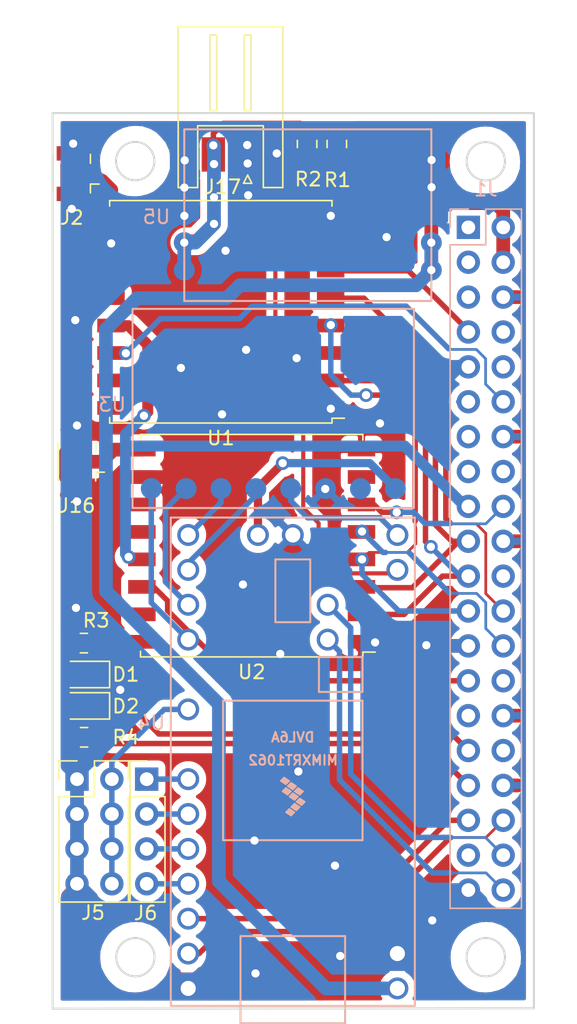
<source format=kicad_pcb>
(kicad_pcb (version 20171130) (host pcbnew 5.1.6+dfsg1-1)
  (title_block (title rpi0_hat_teensy4) (date 2018-05-28) (rev 1) (company "Beyond Chaos"))
  (layers (0 F.Cu signal) (31 B.Cu signal) (34 B.Paste user) (35 F.Paste user) (36 B.SilkS user) (37 F.SilkS user) (38 B.Mask user) (39 F.Mask user) (44 Edge.Cuts user))
  (net 0 "")
  (net 1 "Net-(J1-Pad1)")
  (net 2 "Net-(J1-Pad3)")
  (net 3 "Net-(J1-Pad5)")
  (net 4 "Net-(J1-Pad8)")
  (net 5 "Net-(J1-Pad10)")
  (net 6 "Net-(J1-Pad15)")
  (net 7 "Net-(J1-Pad16)")
  (net 8 "Net-(J1-Pad22)")
  (net 9 "Net-(J1-Pad28)")
  (net 10 "Net-(J1-Pad29)")
  (net 11 "Net-(J1-Pad31)")
  (net 12 "Net-(U1-Pad7)")
  (net 13 "Net-(U1-Pad11)")
  (net 14 "Net-(U1-Pad12)")
  (net 15 "Net-(U1-Pad15)")
  (net 16 "Net-(U1-Pad16)")
  (net 17 "Net-(U2-Pad16)")
  (net 18 "Net-(U2-Pad15)")
  (net 19 "Net-(U2-Pad12)")
  (net 20 "Net-(U2-Pad11)")
  (net 21 "Net-(U2-Pad7)")
  (net 22 GND)
  (net 23 "Net-(J16-Pad1)")
  (net 24 5V)
  (net 25 "Net-(U4-Pad35)")
  (net 26 "Net-(U4-Pad36)")
  (net 27 "Net-(U4-Pad39)")
  (net 28 "Net-(U4-Pad40)")
  (net 29 "Net-(U4-Pad41)")
  (net 30 "Net-(U4-Pad42)")
  (net 31 "Net-(U4-Pad43)")
  (net 32 "Net-(U4-Pad44)")
  (net 33 "Net-(U4-Pad8)")
  (net 34 "Net-(U4-Pad10)")
  (net 35 "Net-(U4-Pad15)")
  (net 36 "Net-(U4-Pad18)")
  (net 37 "Net-(U4-Pad19)")
  (net 38 "Net-(U4-Pad24)")
  (net 39 "Net-(U4-Pad25)")
  (net 40 "Net-(U4-Pad26)")
  (net 41 "Net-(U4-Pad30)")
  (net 42 HAT_SCK)
  (net 43 HAT_MOSI)
  (net 44 HAT_MISO)
  (net 45 "Net-(U3-Pad2)")
  (net 46 RADIO_CS1)
  (net 47 HAT_CS0)
  (net 48 HAT_CS1)
  (net 49 RADIO_MISO)
  (net 50 RADIO_CS0)
  (net 51 RADIO_MOSI)
  (net 52 RADIO_SCK)
  (net 53 RADIO_RESET1)
  (net 54 PI_3V3)
  (net 55 RADIO_IRQ1)
  (net 56 RADIO_RESET0)
  (net 57 RADIO_IRQ0)
  (net 58 ESC3)
  (net 59 ESC2)
  (net 60 ESC1)
  (net 61 ESC0)
  (net 62 VBAT)
  (net 63 VBAT_PROBE)
  (net 64 TEENSY_3V3)
  (net 65 MPU_SCK)
  (net 66 MPU_MOSI)
  (net 67 MPU_MISO)
  (net 68 MPU_CS)
  (net 69 MPU_CSB)
  (net 70 "Net-(J2-Pad1)")
  (net 71 "Net-(J1-Pad33)")
  (net 72 "Net-(D1-Pad2)")
  (net 73 "Net-(D2-Pad2)")
  (net 74 "Net-(U4-Pad28)")
  (net 75 "Net-(U4-Pad27)")
  (net 76 "Net-(J1-Pad13)")
  (net 77 TELEMETRY)
  (net 78 "Net-(U4-Pad22)")
  (net 79 "Net-(U4-Pad34)")
  (net 80 "Net-(U4-Pad23)")
  (net 81 "Net-(U4-Pad31)")
  (net 82 "Net-(U4-Pad29)")
  (net 83 "Net-(J1-Pad32)")
  (net 84 "Net-(J1-Pad37)")
  (module Electronics:BlueSkyUBEC (layer B.Cu) (at 147.0533 77.2795)
    (fp_text reference U5 (at -11.0236 0.127) (layer B.SilkS) (effects (justify mirror)))
    (fp_text value BlueSkyUBEC)
    (pad 10 smd circle (at 9 4) (size 1.524 1.524) (layers B.Cu B.Paste B.Mask) (net 24 5V))
    (pad 9 smd circle (at 9 2) (size 1.524 1.524) (layers B.Cu B.Paste B.Mask) (net 24 5V))
    (pad 8 smd circle (at 9 0) (size 1.524 1.524) (layers B.Cu B.Paste B.Mask) (net 22 GND))
    (pad 7 smd circle (at 9 -2) (size 1.524 1.524) (layers B.Cu B.Paste B.Mask) (net 22 GND))
    (pad 6 smd circle (at 9 -4) (size 1.524 1.524) (layers B.Cu B.Paste B.Mask) (net 22 GND))
    (pad 5 smd circle (at -9 -4) (size 1.524 1.524) (layers B.Cu B.Paste B.Mask) (net 22 GND))
    (pad 4 smd circle (at -9 -2) (size 1.524 1.524) (layers B.Cu B.Paste B.Mask) (net 22 GND))
    (pad 3 smd circle (at -9 0) (size 1.524 1.524) (layers B.Cu B.Paste B.Mask) (net 22 GND))
    (pad 2 smd circle (at -9 2) (size 1.524 1.524) (layers B.Cu B.Paste B.Mask) (net 62 VBAT))
    (pad 1 smd circle (at -9 4) (size 1.524 1.524) (layers B.Cu B.Paste B.Mask) (net 62 VBAT))
  )
  (module teensy:Teensy40 (layer B.Cu) (at 145.9611 117.0813 90)
    (fp_text reference U4 (at 2.8194 -10.3124) (layer B.SilkS) (effects (justify mirror)))
    (fp_text value Teensy4.0)
    (fp_text user DVL6A (at 1.778 0) (layer B.SilkS) (effects (font (size 0.7 0.7)) (justify mirror)))
    (fp_text user MIMXRT1062 (at 0.1016 0.0254) (layer B.SilkS) (effects (font (size 0.7 0.7)) (justify mirror)))
    (pad 38 thru_hole circle (at 8.89 2.54 90) (size 1.6 1.6) (drill 1.1) (layers *.Cu *.Mask) (net 42 HAT_SCK))
    (pad 37 thru_hole circle (at 11.43 2.54 90) (size 1.6 1.6) (drill 1.1) (layers *.Cu *.Mask) (net 43 HAT_MOSI))
    (pad 1 thru_hole circle (at -16.51 -7.62 90) (size 1.6 1.6) (drill 1.1) (layers *.Cu *.Mask) (net 22 GND))
    (pad 2 thru_hole circle (at -13.97 -7.62 90) (size 1.6 1.6) (drill 1.1) (layers *.Cu *.Mask) (net 48 HAT_CS1))
    (pad 3 thru_hole circle (at -11.43 -7.62 90) (size 1.6 1.6) (drill 1.1) (layers *.Cu *.Mask) (net 44 HAT_MISO))
    (pad 4 thru_hole circle (at -8.89 -7.62 90) (size 1.6 1.6) (drill 1.1) (layers *.Cu *.Mask) (net 61 ESC0))
    (pad 5 thru_hole circle (at -6.35 -7.62 90) (size 1.6 1.6) (drill 1.1) (layers *.Cu *.Mask) (net 60 ESC1))
    (pad 6 thru_hole circle (at -3.81 -7.62 90) (size 1.6 1.6) (drill 1.1) (layers *.Cu *.Mask) (net 59 ESC2))
    (pad 7 thru_hole circle (at -1.27 -7.62 90) (size 1.6 1.6) (drill 1.1) (layers *.Cu *.Mask) (net 58 ESC3))
    (pad 9 thru_hole circle (at 3.81 -7.62 90) (size 1.6 1.6) (drill 1.1) (layers *.Cu *.Mask) (net 77 TELEMETRY))
    (pad 11 thru_hole circle (at 8.89 -7.62 90) (size 1.6 1.6) (drill 1.1) (layers *.Cu *.Mask) (net 69 MPU_CSB))
    (pad 12 thru_hole circle (at 11.43 -7.62 90) (size 1.6 1.6) (drill 1.1) (layers *.Cu *.Mask) (net 68 MPU_CS))
    (pad 13 thru_hole circle (at 13.97 -7.62 90) (size 1.6 1.6) (drill 1.1) (layers *.Cu *.Mask) (net 66 MPU_MOSI))
    (pad 33 thru_hole circle (at -16.51 7.62 90) (size 1.6 1.6) (drill 1.1) (layers *.Cu *.Mask) (net 24 5V))
    (pad 32 thru_hole circle (at -13.97 7.62 90) (size 1.6 1.6) (drill 1.1) (layers *.Cu *.Mask) (net 22 GND))
    (pad 21 thru_hole circle (at 13.97 7.62 90) (size 1.6 1.6) (drill 1.1) (layers *.Cu *.Mask) (net 63 VBAT_PROBE))
    (pad 14 thru_hole circle (at 16.51 -7.62 90) (size 1.6 1.6) (drill 1.1) (layers *.Cu *.Mask) (net 67 MPU_MISO))
    (pad 16 thru_hole circle (at 16.51 -2.54 90) (size 1.6 1.6) (drill 1.1) (layers *.Cu *.Mask) (net 64 TEENSY_3V3))
    (pad 20 thru_hole circle (at 16.51 7.62 90) (size 1.6 1.6) (drill 1.1) (layers *.Cu *.Mask) (net 65 MPU_SCK))
    (pad 17 thru_hole circle (at 16.51 0 90) (size 1.6 1.6) (drill 1.1) (layers *.Cu *.Mask) (net 22 GND))
  )
  (module Electronics:GY-91 (layer B.Cu) (at 144.5387 91.6051 90)
    (fp_text reference U3 (at 0.5334 -11.7348) (layer B.SilkS) (effects (justify mirror)))
    (fp_text value GY-91)
    (pad 8 smd circle (at -5.588 -8.89 90) (size 1.524 1.524) (layers B.Cu B.Paste B.Mask) (net 69 MPU_CSB))
    (pad 7 smd circle (at -5.588 -6.35 90) (size 1.524 1.524) (layers B.Cu B.Paste B.Mask) (net 68 MPU_CS))
    (pad 6 smd circle (at -5.588 -3.81 90) (size 1.524 1.524) (layers B.Cu B.Paste B.Mask) (net 67 MPU_MISO))
    (pad 5 smd circle (at -5.588 -1.27 90) (size 1.524 1.524) (layers B.Cu B.Paste B.Mask) (net 66 MPU_MOSI))
    (pad 4 smd circle (at -5.588 1.27 90) (size 1.524 1.524) (layers B.Cu B.Paste B.Mask) (net 65 MPU_SCK))
    (pad 3 smd circle (at -5.588 3.81 90) (size 1.524 1.524) (layers B.Cu B.Paste B.Mask) (net 22 GND))
    (pad 2 smd circle (at -5.588 6.35 90) (size 1.524 1.524) (layers B.Cu B.Paste B.Mask) (net 45 "Net-(U3-Pad2)"))
    (pad 1 smd circle (at -5.588 8.89 90) (size 1.524 1.524) (layers B.Cu B.Paste B.Mask) (net 64 TEENSY_3V3))
  )
  (module Resistor_SMD:R_0805_2012Metric_Pad1.15x1.40mm_HandSolder (layer F.Cu) (at 130.7555 115.3033)
    (fp_text reference R4 (at 3.039 0) (layer F.SilkS))
    (fp_text value R330)
    (pad 2 smd roundrect (at 1.025 0) (size 1.15 1.4) (layers F.Cu F.Paste F.Mask) (roundrect_rratio 0.217391) (net 71 "Net-(J1-Pad33)"))
    (pad 1 smd roundrect (at -1.025 0) (size 1.15 1.4) (layers F.Cu F.Paste F.Mask) (roundrect_rratio 0.217391) (net 73 "Net-(D2-Pad2)"))
  )
  (module Resistor_SMD:R_0805_2012Metric_Pad1.15x1.40mm_HandSolder (layer F.Cu) (at 130.7375 108.4453)
    (fp_text reference R3 (at 0.898 -1.651) (layer F.SilkS))
    (fp_text value R330)
    (pad 2 smd roundrect (at 1.025 0) (size 1.15 1.4) (layers F.Cu F.Paste F.Mask) (roundrect_rratio 0.217391) (net 11 "Net-(J1-Pad31)"))
    (pad 1 smd roundrect (at -1.025 0) (size 1.15 1.4) (layers F.Cu F.Paste F.Mask) (roundrect_rratio 0.217391) (net 72 "Net-(D1-Pad2)"))
  )
  (module Resistor_SMD:R_0805_2012Metric_Pad1.15x1.40mm_HandSolder (layer F.Cu) (at 147.0025 72.0957 90)
    (fp_text reference R2 (at -2.5676 0.0762 180) (layer F.SilkS))
    (fp_text value 68k)
    (pad 2 smd roundrect (at 1.025 0 90) (size 1.15 1.4) (layers F.Cu F.Paste F.Mask) (roundrect_rratio 0.217391) (net 62 VBAT))
    (pad 1 smd roundrect (at -1.025 0 90) (size 1.15 1.4) (layers F.Cu F.Paste F.Mask) (roundrect_rratio 0.217391) (net 63 VBAT_PROBE))
  )
  (module Resistor_SMD:R_0805_2012Metric_Pad1.15x1.40mm_HandSolder (layer F.Cu) (at 149.1673 72.0957 270)
    (fp_text reference R1 (at 2.6184 -0.045) (layer F.SilkS))
    (fp_text value 10k)
    (pad 2 smd roundrect (at 1.025 0 270) (size 1.15 1.4) (layers F.Cu F.Paste F.Mask) (roundrect_rratio 0.217391) (net 63 VBAT_PROBE))
    (pad 1 smd roundrect (at -1.025 0 270) (size 1.15 1.4) (layers F.Cu F.Paste F.Mask) (roundrect_rratio 0.217391) (net 22 GND))
  )
  (module Connector_Coaxial:U.FL_Hirose_U.FL-R-SMT-1_Vertical (layer F.Cu) (at 130.7125 95.2373 180)
    (fp_text reference J16 (at 0.475 -3.2) (layer F.SilkS))
    (fp_text value "Antenna 1")
    (pad 2 smd rect (at 0.475 -1.475 180) (size 2.2 1.05) (layers F.Cu F.Paste F.Mask) (net 22 GND))
    (pad 1 smd rect (at -1.05 0 180) (size 1.05 1) (layers F.Cu F.Paste F.Mask) (net 23 "Net-(J16-Pad1)"))
    (pad 2 smd rect (at 0.475 1.475 180) (size 2.2 1.05) (layers F.Cu F.Paste F.Mask) (net 22 GND))
  )
  (module Connector_PinHeader_2.54mm:PinHeader_1x04_P2.54mm_Vertical (layer F.Cu) (at 135.3185 118.3513)
    (fp_text reference J6 (at -0.0762 9.7536) (layer F.SilkS))
    (fp_text value ESC_plugs_data)
    (pad 4 thru_hole oval (at 0 7.62) (size 1.7 1.7) (drill 1) (layers *.Cu *.Mask) (net 61 ESC0))
    (pad 3 thru_hole oval (at 0 5.08) (size 1.7 1.7) (drill 1) (layers *.Cu *.Mask) (net 60 ESC1))
    (pad 2 thru_hole oval (at 0 2.54) (size 1.7 1.7) (drill 1) (layers *.Cu *.Mask) (net 59 ESC2))
    (pad 1 thru_hole rect (at 0 0) (size 1.7 1.7) (drill 1) (layers *.Cu *.Mask) (net 58 ESC3))
  )
  (module Connector_PinHeader_2.54mm:PinHeader_2x04_P2.54mm_Vertical (layer F.Cu) (at 130.2385 118.3513)
    (fp_text reference J5 (at 1.1684 9.7282) (layer F.SilkS))
    (fp_text value ESC_plugs)
    (pad 8 thru_hole oval (at 2.54 7.62) (size 1.7 1.7) (drill 1) (layers *.Cu *.Mask) (net 77 TELEMETRY))
    (pad 7 thru_hole oval (at 0 7.62) (size 1.7 1.7) (drill 1) (layers *.Cu *.Mask) (net 22 GND))
    (pad 6 thru_hole oval (at 2.54 5.08) (size 1.7 1.7) (drill 1) (layers *.Cu *.Mask) (net 77 TELEMETRY))
    (pad 5 thru_hole oval (at 0 5.08) (size 1.7 1.7) (drill 1) (layers *.Cu *.Mask) (net 22 GND))
    (pad 4 thru_hole oval (at 2.54 2.54) (size 1.7 1.7) (drill 1) (layers *.Cu *.Mask) (net 77 TELEMETRY))
    (pad 3 thru_hole oval (at 0 2.54) (size 1.7 1.7) (drill 1) (layers *.Cu *.Mask) (net 22 GND))
    (pad 2 thru_hole oval (at 2.54 0) (size 1.7 1.7) (drill 1) (layers *.Cu *.Mask) (net 77 TELEMETRY))
    (pad 1 thru_hole rect (at 0 0) (size 1.7 1.7) (drill 1) (layers *.Cu *.Mask) (net 22 GND))
  )
  (module Connector_Coaxial:U.FL_Hirose_U.FL-R-SMT-1_Vertical (layer F.Cu) (at 130.3315 74.2569 180)
    (fp_text reference J2 (at 0.475 -3.2) (layer F.SilkS))
    (fp_text value "Antenna 0")
    (pad 2 smd rect (at 0.475 1.475 180) (size 2.2 1.05) (layers F.Cu F.Paste F.Mask) (net 22 GND))
    (pad 1 smd rect (at -1.05 0 180) (size 1.05 1) (layers F.Cu F.Paste F.Mask) (net 70 "Net-(J2-Pad1)"))
    (pad 2 smd rect (at 0.475 -1.475 180) (size 2.2 1.05) (layers F.Cu F.Paste F.Mask) (net 22 GND))
  )
  (module LED_SMD:LED_0805_2012Metric_Pad1.15x1.40mm_HandSolder (layer F.Cu) (at 130.7555 113.0173 180)
    (fp_text reference D2 (at -3.039 -0.0254) (layer F.SilkS))
    (fp_text value LED)
    (pad 2 smd roundrect (at 1.025 0 180) (size 1.15 1.4) (layers F.Cu F.Paste F.Mask) (roundrect_rratio 0.217391) (net 73 "Net-(D2-Pad2)"))
    (pad 1 smd roundrect (at -1.025 0 180) (size 1.15 1.4) (layers F.Cu F.Paste F.Mask) (roundrect_rratio 0.217391) (net 22 GND))
  )
  (module LED_SMD:LED_0805_2012Metric_Pad1.15x1.40mm_HandSolder (layer F.Cu) (at 130.7555 110.7313 180)
    (fp_text reference D1 (at -3.039 0) (layer F.SilkS))
    (fp_text value LED)
    (pad 2 smd roundrect (at 1.025 0 180) (size 1.15 1.4) (layers F.Cu F.Paste F.Mask) (roundrect_rratio 0.217391) (net 72 "Net-(D1-Pad2)"))
    (pad 1 smd roundrect (at -1.025 0 180) (size 1.15 1.4) (layers F.Cu F.Paste F.Mask) (roundrect_rratio 0.217391) (net 22 GND))
  )
  (module Electronics:JST_XH_SMD_1x02_P2.50mm_Horizontal (layer F.Cu) (at 142.6718 72.8599 180)
    (fp_text reference J17 (at 1.8161 -2.3622) (layer F.SilkS))
    (fp_text value PowerIn)
    (pad 2 smd rect (at 2.5 0 180) (size 1.7 2.5) (layers F.Cu F.Paste F.Mask) (net 62 VBAT))
    (pad 1 smd rect (at 0 0 180) (size 1.7 2.5) (layers F.Cu F.Paste F.Mask) (net 22 GND))
  )
  (module Connector_PinSocket_2.54mm:PinSocket_2x20_P2.54mm_Vertical (layer B.Cu) (at 158.75 78.1685 180)
    (fp_text reference J1 (at -1.27 2.77) (layer B.SilkS) (effects (justify mirror)))
    (fp_text value Raspberry_Pi_2_3)
    (pad 1 thru_hole rect (at 0 0 180) (size 1.7 1.7) (drill 1) (layers *.Cu *.Mask) (net 1 "Net-(J1-Pad1)"))
    (pad 2 thru_hole oval (at -2.54 0 180) (size 1.7 1.7) (drill 1) (layers *.Cu *.Mask) (net 24 5V))
    (pad 3 thru_hole oval (at 0 -2.54 180) (size 1.7 1.7) (drill 1) (layers *.Cu *.Mask) (net 2 "Net-(J1-Pad3)"))
    (pad 4 thru_hole oval (at -2.54 -2.54 180) (size 1.7 1.7) (drill 1) (layers *.Cu *.Mask) (net 24 5V))
    (pad 5 thru_hole oval (at 0 -5.08 180) (size 1.7 1.7) (drill 1) (layers *.Cu *.Mask) (net 3 "Net-(J1-Pad5)"))
    (pad 6 thru_hole oval (at -2.54 -5.08 180) (size 1.7 1.7) (drill 1) (layers *.Cu *.Mask) (net 22 GND))
    (pad 7 thru_hole oval (at 0 -7.62 180) (size 1.7 1.7) (drill 1) (layers *.Cu *.Mask) (net 56 RADIO_RESET0))
    (pad 8 thru_hole oval (at -2.54 -7.62 180) (size 1.7 1.7) (drill 1) (layers *.Cu *.Mask) (net 4 "Net-(J1-Pad8)"))
    (pad 9 thru_hole oval (at 0 -10.16 180) (size 1.7 1.7) (drill 1) (layers *.Cu *.Mask) (net 22 GND))
    (pad 10 thru_hole oval (at -2.54 -10.16 180) (size 1.7 1.7) (drill 1) (layers *.Cu *.Mask) (net 5 "Net-(J1-Pad10)"))
    (pad 11 thru_hole oval (at 0 -12.7 180) (size 1.7 1.7) (drill 1) (layers *.Cu *.Mask) (net 47 HAT_CS0))
    (pad 12 thru_hole oval (at -2.54 -12.7 180) (size 1.7 1.7) (drill 1) (layers *.Cu *.Mask) (net 57 RADIO_IRQ0))
    (pad 13 thru_hole oval (at 0 -15.24 180) (size 1.7 1.7) (drill 1) (layers *.Cu *.Mask) (net 76 "Net-(J1-Pad13)"))
    (pad 14 thru_hole oval (at -2.54 -15.24 180) (size 1.7 1.7) (drill 1) (layers *.Cu *.Mask) (net 22 GND))
    (pad 15 thru_hole oval (at 0 -17.78 180) (size 1.7 1.7) (drill 1) (layers *.Cu *.Mask) (net 6 "Net-(J1-Pad15)"))
    (pad 16 thru_hole oval (at -2.54 -17.78 180) (size 1.7 1.7) (drill 1) (layers *.Cu *.Mask) (net 7 "Net-(J1-Pad16)"))
    (pad 17 thru_hole oval (at 0 -20.32 180) (size 1.7 1.7) (drill 1) (layers *.Cu *.Mask) (net 54 PI_3V3))
    (pad 18 thru_hole oval (at -2.54 -20.32 180) (size 1.7 1.7) (drill 1) (layers *.Cu *.Mask) (net 53 RADIO_RESET1))
    (pad 19 thru_hole oval (at 0 -22.86 180) (size 1.7 1.7) (drill 1) (layers *.Cu *.Mask) (net 51 RADIO_MOSI))
    (pad 20 thru_hole oval (at -2.54 -22.86 180) (size 1.7 1.7) (drill 1) (layers *.Cu *.Mask) (net 22 GND))
    (pad 21 thru_hole oval (at 0 -25.4 180) (size 1.7 1.7) (drill 1) (layers *.Cu *.Mask) (net 49 RADIO_MISO))
    (pad 22 thru_hole oval (at -2.54 -25.4 180) (size 1.7 1.7) (drill 1) (layers *.Cu *.Mask) (net 8 "Net-(J1-Pad22)"))
    (pad 23 thru_hole oval (at 0 -27.94 180) (size 1.7 1.7) (drill 1) (layers *.Cu *.Mask) (net 52 RADIO_SCK))
    (pad 24 thru_hole oval (at -2.54 -27.94 180) (size 1.7 1.7) (drill 1) (layers *.Cu *.Mask) (net 50 RADIO_CS0))
    (pad 25 thru_hole oval (at 0 -30.48 180) (size 1.7 1.7) (drill 1) (layers *.Cu *.Mask) (net 22 GND))
    (pad 26 thru_hole oval (at -2.54 -30.48 180) (size 1.7 1.7) (drill 1) (layers *.Cu *.Mask) (net 46 RADIO_CS1))
    (pad 27 thru_hole oval (at 0 -33.02 180) (size 1.7 1.7) (drill 1) (layers *.Cu *.Mask) (net 55 RADIO_IRQ1))
    (pad 28 thru_hole oval (at -2.54 -33.02 180) (size 1.7 1.7) (drill 1) (layers *.Cu *.Mask) (net 9 "Net-(J1-Pad28)"))
    (pad 29 thru_hole oval (at 0 -35.56 180) (size 1.7 1.7) (drill 1) (layers *.Cu *.Mask) (net 10 "Net-(J1-Pad29)"))
    (pad 30 thru_hole oval (at -2.54 -35.56 180) (size 1.7 1.7) (drill 1) (layers *.Cu *.Mask) (net 22 GND))
    (pad 31 thru_hole oval (at 0 -38.1 180) (size 1.7 1.7) (drill 1) (layers *.Cu *.Mask) (net 11 "Net-(J1-Pad31)"))
    (pad 32 thru_hole oval (at -2.54 -38.1 180) (size 1.7 1.7) (drill 1) (layers *.Cu *.Mask) (net 83 "Net-(J1-Pad32)"))
    (pad 33 thru_hole oval (at 0 -40.64 180) (size 1.7 1.7) (drill 1) (layers *.Cu *.Mask) (net 71 "Net-(J1-Pad33)"))
    (pad 34 thru_hole oval (at -2.54 -40.64 180) (size 1.7 1.7) (drill 1) (layers *.Cu *.Mask) (net 22 GND))
    (pad 35 thru_hole oval (at 0 -43.18 180) (size 1.7 1.7) (drill 1) (layers *.Cu *.Mask) (net 44 HAT_MISO))
    (pad 36 thru_hole oval (at -2.54 -43.18 180) (size 1.7 1.7) (drill 1) (layers *.Cu *.Mask) (net 48 HAT_CS1))
    (pad 37 thru_hole oval (at 0 -45.72 180) (size 1.7 1.7) (drill 1) (layers *.Cu *.Mask) (net 84 "Net-(J1-Pad37)"))
    (pad 38 thru_hole oval (at -2.54 -45.72 180) (size 1.7 1.7) (drill 1) (layers *.Cu *.Mask) (net 43 HAT_MOSI))
    (pad 39 thru_hole oval (at 0 -48.26 180) (size 1.7 1.7) (drill 1) (layers *.Cu *.Mask) (net 22 GND))
    (pad 40 thru_hole oval (at -2.54 -48.26 180) (size 1.7 1.7) (drill 1) (layers *.Cu *.Mask) (net 42 HAT_SCK))
  )
  (module RF_Module:HOPERF_RFM9XW_SMD (layer F.Cu) (at 140.717 84.3181 180)
    (fp_text reference U1 (at 0 -9.2) (layer F.SilkS))
    (fp_text value RFM95W-915S2)
    (pad 1 smd rect (at -8 -7 180) (size 2 1) (layers F.Cu F.Paste F.Mask) (net 22 GND))
    (pad 2 smd rect (at -8 -5 180) (size 2 1) (layers F.Cu F.Paste F.Mask) (net 49 RADIO_MISO))
    (pad 3 smd rect (at -8 -3 180) (size 2 1) (layers F.Cu F.Paste F.Mask) (net 51 RADIO_MOSI))
    (pad 4 smd rect (at -8 -1 180) (size 2 1) (layers F.Cu F.Paste F.Mask) (net 52 RADIO_SCK))
    (pad 5 smd rect (at -8 1 180) (size 2 1) (layers F.Cu F.Paste F.Mask) (net 50 RADIO_CS0))
    (pad 6 smd rect (at -8 3 180) (size 2 1) (layers F.Cu F.Paste F.Mask) (net 56 RADIO_RESET0))
    (pad 7 smd rect (at -8 5 180) (size 2 1) (layers F.Cu F.Paste F.Mask) (net 12 "Net-(U1-Pad7)"))
    (pad 8 smd rect (at -8 7 180) (size 2 1) (layers F.Cu F.Paste F.Mask) (net 22 GND))
    (pad 9 smd rect (at 8 7 180) (size 2 1) (layers F.Cu F.Paste F.Mask) (net 70 "Net-(J2-Pad1)"))
    (pad 10 smd rect (at 8 5 180) (size 2 1) (layers F.Cu F.Paste F.Mask) (net 22 GND))
    (pad 11 smd rect (at 8 3 180) (size 2 1) (layers F.Cu F.Paste F.Mask) (net 13 "Net-(U1-Pad11)"))
    (pad 12 smd rect (at 8 1 180) (size 2 1) (layers F.Cu F.Paste F.Mask) (net 14 "Net-(U1-Pad12)"))
    (pad 13 smd rect (at 8 -1 180) (size 2 1) (layers F.Cu F.Paste F.Mask) (net 54 PI_3V3))
    (pad 14 smd rect (at 8 -3 180) (size 2 1) (layers F.Cu F.Paste F.Mask) (net 57 RADIO_IRQ0))
    (pad 15 smd rect (at 8 -5 180) (size 2 1) (layers F.Cu F.Paste F.Mask) (net 15 "Net-(U1-Pad15)"))
    (pad 16 smd rect (at 8 -7 180) (size 2 1) (layers F.Cu F.Paste F.Mask) (net 16 "Net-(U1-Pad16)"))
  )
  (module RF_Module:HOPERF_RFM9XW_SMD (layer F.Cu) (at 142.9649 101.3488 180)
    (fp_text reference U2 (at 0 -9.2) (layer F.SilkS))
    (fp_text value RFM95W-915S2)
    (pad 16 smd rect (at 8 -7 180) (size 2 1) (layers F.Cu F.Paste F.Mask) (net 17 "Net-(U2-Pad16)"))
    (pad 15 smd rect (at 8 -5 180) (size 2 1) (layers F.Cu F.Paste F.Mask) (net 18 "Net-(U2-Pad15)"))
    (pad 14 smd rect (at 8 -3 180) (size 2 1) (layers F.Cu F.Paste F.Mask) (net 55 RADIO_IRQ1))
    (pad 13 smd rect (at 8 -1 180) (size 2 1) (layers F.Cu F.Paste F.Mask) (net 54 PI_3V3))
    (pad 12 smd rect (at 8 1 180) (size 2 1) (layers F.Cu F.Paste F.Mask) (net 19 "Net-(U2-Pad12)"))
    (pad 11 smd rect (at 8 3 180) (size 2 1) (layers F.Cu F.Paste F.Mask) (net 20 "Net-(U2-Pad11)"))
    (pad 10 smd rect (at 8 5 180) (size 2 1) (layers F.Cu F.Paste F.Mask) (net 22 GND))
    (pad 9 smd rect (at 8 7 180) (size 2 1) (layers F.Cu F.Paste F.Mask) (net 23 "Net-(J16-Pad1)"))
    (pad 8 smd rect (at -8 7 180) (size 2 1) (layers F.Cu F.Paste F.Mask) (net 22 GND))
    (pad 7 smd rect (at -8 5 180) (size 2 1) (layers F.Cu F.Paste F.Mask) (net 21 "Net-(U2-Pad7)"))
    (pad 6 smd rect (at -8 3 180) (size 2 1) (layers F.Cu F.Paste F.Mask) (net 53 RADIO_RESET1))
    (pad 5 smd rect (at -8 1 180) (size 2 1) (layers F.Cu F.Paste F.Mask) (net 46 RADIO_CS1))
    (pad 4 smd rect (at -8 -1 180) (size 2 1) (layers F.Cu F.Paste F.Mask) (net 52 RADIO_SCK))
    (pad 3 smd rect (at -8 -3 180) (size 2 1) (layers F.Cu F.Paste F.Mask) (net 51 RADIO_MOSI))
    (pad 2 smd rect (at -8 -5 180) (size 2 1) (layers F.Cu F.Paste F.Mask) (net 49 RADIO_MISO))
    (pad 1 smd rect (at -8 -7 180) (size 2 1) (layers F.Cu F.Paste F.Mask) (net 22 GND))
  )
  (gr_circle (center 134.4803 73.3425) (end 135.8773 73.3425) (layer Edge.Cuts) (width 0.15))
  (gr_circle (center 134.493 131.318) (end 135.89 131.318) (layer Edge.Cuts) (width 0.15))
  (gr_line (start 163.5252 69.85) (end 128.4605 69.85) (layer Edge.Cuts) (width 0.15))
  (gr_circle (center 160.02 131.318) (end 161.417 131.318) (layer Edge.Cuts) (width 0.15))
  (gr_circle (center 160.02 73.3552) (end 161.417 73.3552) (layer Edge.Cuts) (width 0.15))
  (gr_line (start 128.4605 135.0645) (end 128.4605 69.85) (layer Edge.Cuts) (width 0.15))
  (gr_line (start 163.5252 135.0391) (end 128.4605 135.0645) (layer Edge.Cuts) (width 0.15))
  (gr_line (start 163.5252 69.85) (end 163.5252 135.0391) (layer Edge.Cuts) (width 0.15))
  (segment (start 136.193289 115.060489) (end 157.541989 115.060489) (width 0.4) (layer F.Cu) (net 11))
  (segment (start 157.541989 115.060489) (end 158.75 116.2685) (width 0.4) (layer F.Cu) (net 11))
  (segment (start 134.6835 110.7913) (end 134.6835 113.5507) (width 0.4) (layer F.Cu) (net 11))
  (segment (start 132.3375 108.4453) (end 134.6835 110.7913) (width 0.4) (layer F.Cu) (net 11))
  (segment (start 134.6835 113.5507) (end 136.193289 115.060489) (width 0.4) (layer F.Cu) (net 11))
  (segment (start 131.7625 108.4453) (end 132.3375 108.4453) (width 0.4) (layer F.Cu) (net 11))
  (via (at 132.7277 79.3369) (size 1) (drill 0.6) (layers F.Cu B.Cu) (net 22))
  (via (at 148.3233 97.2185) (size 1) (drill 0.6) (layers F.Cu B.Cu) (net 22))
  (via (at 148.7297 91.3765) (size 1) (drill 0.6) (layers F.Cu B.Cu) (net 22))
  (via (at 148.7297 77.3303) (size 1) (drill 0.6) (layers F.Cu B.Cu) (net 22))
  (via (at 156.0703 75.2475) (size 1) (drill 0.6) (layers F.Cu B.Cu) (net 22))
  (via (at 156.0703 73.2663) (size 1) (drill 0.6) (layers F.Cu B.Cu) (net 22))
  (via (at 138.0871 73.2917) (size 1) (drill 0.6) (layers F.Cu B.Cu) (net 22))
  (via (at 138.0617 75.2729) (size 1) (drill 0.6) (layers F.Cu B.Cu) (net 22))
  (via (at 138.0617 77.3303) (size 1) (drill 0.6) (layers F.Cu B.Cu) (net 22))
  (via (at 142.66926 73.51522) (size 1) (drill 0.6) (layers F.Cu B.Cu) (net 22))
  (via (at 142.63878 72.1741) (size 1) (drill 0.6) (layers F.Cu B.Cu) (net 22))
  (via (at 133.3881 111.8489) (size 1) (drill 0.6) (layers F.Cu B.Cu) (net 22))
  (via (at 141.0589 79.8703) (size 1) (drill 0.6) (layers F.Cu B.Cu) (net 22))
  (segment (start 129.8565 72.7819) (end 129.8565 72.1751) (width 1) (layer F.Cu) (net 22))
  (segment (start 129.8565 72.1751) (end 129.9591 72.0725) (width 1) (layer F.Cu) (net 22))
  (segment (start 129.8565 72.7819) (end 130.1641 72.7819) (width 1) (layer F.Cu) (net 22))
  (segment (start 130.1641 72.7819) (end 131.2545 71.6915) (width 1) (layer F.Cu) (net 22))
  (segment (start 131.2545 71.6915) (end 131.2545 72.3519) (width 1) (layer F.Cu) (net 22))
  (segment (start 130.2149 75.7319) (end 130.627699 76.144699) (width 1) (layer F.Cu) (net 22))
  (segment (start 129.8565 75.7319) (end 130.2149 75.7319) (width 1) (layer F.Cu) (net 22))
  (segment (start 130.627699 76.144699) (end 130.627699 76.7969) (width 1) (layer F.Cu) (net 22))
  (segment (start 129.8565 77.1535) (end 129.8565 76.8233) (width 1) (layer F.Cu) (net 22))
  (segment (start 129.8565 76.9737) (end 129.8565 77.1535) (width 1) (layer F.Cu) (net 22))
  (segment (start 129.5781 75.8063) (end 129.5781 76.6953) (width 1) (layer F.Cu) (net 22))
  (segment (start 129.6525 75.7319) (end 129.5781 75.8063) (width 1) (layer F.Cu) (net 22))
  (segment (start 129.5781 76.6953) (end 129.8565 76.9737) (width 1) (layer F.Cu) (net 22))
  (segment (start 129.8565 75.7319) (end 129.6525 75.7319) (width 1) (layer F.Cu) (net 22))
  (segment (start 129.4257 75.3011) (end 129.8565 75.7319) (width 0.8) (layer F.Cu) (net 22))
  (segment (start 129.4257 73.6473) (end 129.4257 75.3011) (width 0.8) (layer F.Cu) (net 22))
  (segment (start 129.8565 73.2165) (end 129.4257 73.6473) (width 0.8) (layer F.Cu) (net 22))
  (segment (start 129.8565 72.7819) (end 129.8565 73.2165) (width 0.8) (layer F.Cu) (net 22))
  (segment (start 129.9591 72.0725) (end 130.4671 71.5645) (width 1) (layer F.Cu) (net 22))
  (via (at 129.9591 72.0725) (size 1) (drill 0.6) (layers F.Cu B.Cu) (net 22))
  (segment (start 129.8565 76.8233) (end 129.8565 75.7319) (width 1) (layer F.Cu) (net 22))
  (via (at 129.8565 76.8233) (size 1) (drill 0.6) (layers F.Cu B.Cu) (net 22))
  (via (at 130.2385 92.5957) (size 1) (drill 0.6) (layers F.Cu B.Cu) (net 22))
  (via (at 130.2385 98.1329) (size 1) (drill 0.6) (layers F.Cu B.Cu) (net 22))
  (segment (start 130.2375 96.7123) (end 130.2375 96.9147) (width 1) (layer F.Cu) (net 22))
  (segment (start 130.2375 96.9147) (end 129.5019 97.6503) (width 1) (layer F.Cu) (net 22))
  (segment (start 130.2375 96.7123) (end 130.2375 96.9127) (width 1) (layer F.Cu) (net 22))
  (segment (start 130.2375 96.9127) (end 130.7211 97.3963) (width 1) (layer F.Cu) (net 22))
  (segment (start 130.7211 97.3963) (end 131.6609 97.3963) (width 1) (layer F.Cu) (net 22))
  (segment (start 130.2385 92.5957) (end 130.8481 93.2053) (width 1) (layer F.Cu) (net 22))
  (segment (start 130.8481 93.2053) (end 131.7371 93.2053) (width 1) (layer F.Cu) (net 22))
  (segment (start 130.2375 93.7623) (end 130.2375 93.6107) (width 1) (layer F.Cu) (net 22))
  (segment (start 130.2375 93.6107) (end 129.5273 92.9005) (width 1) (layer F.Cu) (net 22))
  (segment (start 129.7831 96.7123) (end 129.4511 96.3803) (width 1) (layer F.Cu) (net 22))
  (segment (start 130.2375 96.7123) (end 129.7831 96.7123) (width 1) (layer F.Cu) (net 22))
  (segment (start 129.4511 94.5487) (end 130.2375 93.7623) (width 1) (layer F.Cu) (net 22))
  (segment (start 129.4511 96.3803) (end 129.4511 94.5487) (width 1) (layer F.Cu) (net 22))
  (segment (start 129.4511 96.3803) (end 129.4511 96.2279) (width 1) (layer F.Cu) (net 22))
  (segment (start 129.4511 96.2279) (end 129.9083 95.7707) (width 1) (layer F.Cu) (net 22))
  (segment (start 148.7277 91.3303) (end 148.7277 91.3999) (width 1) (layer F.Cu) (net 22))
  (segment (start 148.7277 91.3999) (end 149.2377 91.9099) (width 1) (layer F.Cu) (net 22))
  (segment (start 149.2377 91.9099) (end 150.1267 91.9099) (width 1) (layer F.Cu) (net 22))
  (segment (start 148.7297 91.3765) (end 148.7297 91.5543) (width 1) (layer F.Cu) (net 22))
  (segment (start 148.7297 91.5543) (end 148.3487 91.9353) (width 1) (layer F.Cu) (net 22))
  (segment (start 148.3487 91.9353) (end 147.5613 91.9353) (width 1) (layer F.Cu) (net 22))
  (segment (start 148.7297 91.3765) (end 147.8407 91.3765) (width 1) (layer F.Cu) (net 22))
  (segment (start 147.8407 91.3765) (end 147.1041 90.6399) (width 1) (layer F.Cu) (net 22))
  (via (at 152.3111 92.4433) (size 1) (drill 0.6) (layers F.Cu B.Cu) (net 22))
  (via (at 130.1623 105.8799) (size 1) (drill 0.6) (layers F.Cu B.Cu) (net 22))
  (via (at 143.2433 132.4991) (size 1) (drill 0.6) (layers F.Cu B.Cu) (net 22))
  (via (at 143.1671 122.8217) (size 1) (drill 0.6) (layers F.Cu B.Cu) (net 22))
  (via (at 146.3675 117.7925) (size 1) (drill 0.6) (layers F.Cu B.Cu) (net 22))
  (via (at 145.0467 109.2327) (size 1) (drill 0.6) (layers F.Cu B.Cu) (net 22))
  (via (at 142.3289 104.1781) (size 1) (drill 0.6) (layers F.Cu B.Cu) (net 22))
  (via (at 146.2405 87.6935) (size 1) (drill 0.6) (layers F.Cu B.Cu) (net 22))
  (via (at 142.5575 87.0839) (size 1) (drill 0.6) (layers F.Cu B.Cu) (net 22))
  (via (at 140.8049 91.7829) (size 1) (drill 0.6) (layers F.Cu B.Cu) (net 22))
  (via (at 137.8077 88.4047) (size 1) (drill 0.6) (layers F.Cu B.Cu) (net 22))
  (via (at 130.1115 84.9249) (size 1) (drill 0.6) (layers F.Cu B.Cu) (net 22))
  (via (at 155.6893 108.5977) (size 1) (drill 0.6) (layers F.Cu B.Cu) (net 22))
  (via (at 151.9555 108.3945) (size 1) (drill 0.6) (layers F.Cu B.Cu) (net 22))
  (segment (start 134.9883 96.3549) (end 133.4897 96.3549) (width 1) (layer F.Cu) (net 22))
  (segment (start 134.9883 96.3549) (end 136.7917 96.3549) (width 1) (layer F.Cu) (net 22))
  (segment (start 150.9883 108.3549) (end 152.9857 108.3549) (width 1) (layer F.Cu) (net 22))
  (segment (start 150.9883 108.3549) (end 150.9883 108.6465) (width 1) (layer F.Cu) (net 22))
  (segment (start 150.9883 108.6465) (end 151.4983 109.1565) (width 1) (layer F.Cu) (net 22))
  (segment (start 151.4983 109.1565) (end 152.4127 109.1565) (width 1) (layer F.Cu) (net 22))
  (segment (start 132.7277 79.3369) (end 130.7465 79.3369) (width 1) (layer F.Cu) (net 22))
  (segment (start 132.7277 79.3369) (end 134.8359 79.3369) (width 1) (layer F.Cu) (net 22))
  (segment (start 145.9611 100.5713) (end 145.9611 101.0793) (width 1) (layer F.Cu) (net 22))
  (segment (start 145.9611 101.0793) (end 145.3515 101.6889) (width 1) (layer F.Cu) (net 22))
  (segment (start 145.3515 101.6889) (end 146.4437 101.6889) (width 1) (layer F.Cu) (net 22))
  (segment (start 158.8389 126.4285) (end 158.75 126.4285) (width 1) (layer F.Cu) (net 22))
  (segment (start 159.6263 127.2159) (end 158.8389 126.4285) (width 1) (layer F.Cu) (net 22))
  (segment (start 158.75 126.4285) (end 158.75 127.4064) (width 1) (layer F.Cu) (net 22))
  (segment (start 158.75 126.4285) (end 158.75 127.1524) (width 1) (layer F.Cu) (net 22))
  (segment (start 158.75 127.1524) (end 159.2707 127.6731) (width 1) (layer F.Cu) (net 22))
  (segment (start 158.75 126.4285) (end 158.75 126.8222) (width 1) (layer F.Cu) (net 22))
  (segment (start 158.75 126.8222) (end 158.6357 126.9365) (width 1) (layer F.Cu) (net 22))
  (segment (start 158.6357 126.9365) (end 158.5595 126.9365) (width 1) (layer F.Cu) (net 22))
  (segment (start 158.5595 126.9365) (end 158.0769 127.4191) (width 1) (layer F.Cu) (net 22))
  (segment (start 158.0769 127.4191) (end 158.0261 127.4191) (width 1) (layer F.Cu) (net 22))
  (segment (start 158.0261 127.4191) (end 157.6197 127.0127) (width 1) (layer F.Cu) (net 22))
  (segment (start 161.29 118.8085) (end 162.3441 118.8085) (width 1) (layer F.Cu) (net 22))
  (segment (start 161.29 113.7285) (end 162.4203 113.7285) (width 1) (layer F.Cu) (net 22))
  (segment (start 161.29 101.0285) (end 162.4457 101.0285) (width 1) (layer F.Cu) (net 22))
  (segment (start 161.29 93.4085) (end 162.4203 93.4085) (width 1) (layer F.Cu) (net 22))
  (segment (start 161.29 83.2485) (end 162.4203 83.2485) (width 1) (layer F.Cu) (net 22))
  (segment (start 158.75 88.3285) (end 157.3657 88.3285) (width 1) (layer B.Cu) (net 22))
  (segment (start 158.75 88.3285) (end 157.9753 88.3285) (width 1) (layer B.Cu) (net 22))
  (segment (start 157.9753 88.3285) (end 157.2641 89.0397) (width 1) (layer B.Cu) (net 22))
  (segment (start 155.7401 108.6485) (end 155.6893 108.5977) (width 1) (layer F.Cu) (net 22))
  (segment (start 158.75 108.6485) (end 155.7401 108.6485) (width 1) (layer F.Cu) (net 22))
  (segment (start 158.75 108.6485) (end 157.0609 108.6485) (width 1) (layer B.Cu) (net 22))
  (segment (start 158.75 126.4285) (end 157.4419 126.4285) (width 1) (layer B.Cu) (net 22))
  (segment (start 157.4419 126.4285) (end 157.7467 126.7333) (width 1) (layer B.Cu) (net 22))
  (segment (start 157.7467 126.7333) (end 157.7467 126.9873) (width 1) (layer B.Cu) (net 22))
  (segment (start 157.7467 126.9873) (end 158.2039 127.4445) (width 1) (layer B.Cu) (net 22))
  (segment (start 158.75 126.4285) (end 158.8389 126.4285) (width 1) (layer B.Cu) (net 22))
  (segment (start 158.8389 126.4285) (end 159.6517 127.2413) (width 1) (layer B.Cu) (net 22))
  (segment (start 159.6517 127.2413) (end 159.4993 127.2413) (width 1) (layer B.Cu) (net 22))
  (segment (start 159.4993 127.2413) (end 159.1183 127.6223) (width 1) (layer B.Cu) (net 22))
  (segment (start 154.6225 131.6101) (end 154.6225 130.6957) (width 1) (layer F.Cu) (net 22))
  (segment (start 153.5811 131.0513) (end 153.5811 130.5433) (width 1) (layer F.Cu) (net 22))
  (segment (start 153.5811 130.5433) (end 153.0985 130.0607) (width 1) (layer F.Cu) (net 22))
  (segment (start 153.0985 130.0607) (end 154.1907 130.0607) (width 1) (layer F.Cu) (net 22))
  (segment (start 153.5811 131.0513) (end 152.9969 131.0513) (width 1) (layer F.Cu) (net 22))
  (segment (start 152.9969 131.0513) (end 152.5143 130.5687) (width 1) (layer F.Cu) (net 22))
  (segment (start 152.5143 130.5687) (end 152.5143 131.3307) (width 1) (layer F.Cu) (net 22))
  (segment (start 153.5811 131.0513) (end 153.5811 131.1275) (width 1) (layer F.Cu) (net 22))
  (segment (start 153.5811 131.1275) (end 152.8953 131.8133) (width 1) (layer F.Cu) (net 22))
  (segment (start 154.5971 131.6101) (end 154.3939 131.8133) (width 1) (layer F.Cu) (net 22))
  (segment (start 154.3939 131.8133) (end 152.8953 131.8133) (width 1) (layer F.Cu) (net 22))
  (segment (start 154.6225 131.6101) (end 154.5971 131.6101) (width 1) (layer F.Cu) (net 22))
  (segment (start 153.5811 131.0513) (end 153.4541 131.0513) (width 1) (layer B.Cu) (net 22))
  (segment (start 153.4541 131.0513) (end 152.6921 131.8133) (width 1) (layer B.Cu) (net 22))
  (segment (start 152.6921 131.8133) (end 154.4701 131.8133) (width 1) (layer B.Cu) (net 22))
  (segment (start 154.4701 131.8133) (end 154.5209 131.8133) (width 1) (layer B.Cu) (net 22))
  (segment (start 154.5209 131.8133) (end 154.5971 131.7371) (width 1) (layer B.Cu) (net 22))
  (segment (start 154.5971 131.7371) (end 154.5971 130.5179) (width 1) (layer B.Cu) (net 22))
  (segment (start 153.5811 131.0513) (end 153.5811 130.4671) (width 1) (layer B.Cu) (net 22))
  (segment (start 153.5811 130.4671) (end 153.1239 130.0099) (width 1) (layer B.Cu) (net 22))
  (segment (start 153.1239 130.0099) (end 153.9621 130.0099) (width 1) (layer B.Cu) (net 22))
  (segment (start 153.5811 131.0513) (end 152.4635 131.0513) (width 1) (layer B.Cu) (net 22))
  (segment (start 152.4635 131.0513) (end 152.5905 130.9243) (width 1) (layer B.Cu) (net 22))
  (segment (start 153.5811 131.0513) (end 152.7429 130.2131) (width 1) (layer B.Cu) (net 22))
  (segment (start 130.2385 118.3513) (end 130.2385 120.8913) (width 1) (layer F.Cu) (net 22))
  (segment (start 130.2385 120.8913) (end 130.2385 123.4313) (width 1) (layer F.Cu) (net 22))
  (segment (start 130.2385 123.4313) (end 130.2385 118.3513) (width 1) (layer B.Cu) (net 22))
  (segment (start 130.2385 126.7841) (end 130.2385 125.9713) (width 1) (layer B.Cu) (net 22))
  (segment (start 130.6449 127.1905) (end 130.2385 126.7841) (width 1) (layer B.Cu) (net 22))
  (segment (start 130.2385 125.9713) (end 131.2545 126.9873) (width 1) (layer B.Cu) (net 22))
  (segment (start 130.2385 125.9713) (end 130.2385 126.2761) (width 1) (layer B.Cu) (net 22))
  (segment (start 130.2385 126.2761) (end 129.5781 126.9365) (width 1) (layer B.Cu) (net 22))
  (segment (start 130.2385 125.9713) (end 130.2385 126.2253) (width 1) (layer F.Cu) (net 22))
  (segment (start 130.2385 126.2253) (end 129.5781 126.8857) (width 1) (layer F.Cu) (net 22))
  (segment (start 130.2385 125.9713) (end 130.2385 127.0381) (width 1) (layer F.Cu) (net 22))
  (segment (start 130.2385 125.9713) (end 131.2799 127.0127) (width 1) (layer F.Cu) (net 22))
  (segment (start 131.2799 127.0127) (end 131.1021 127.0127) (width 1) (layer F.Cu) (net 22))
  (segment (start 138.3411 133.692887) (end 138.391913 133.7437) (width 1) (layer B.Cu) (net 22))
  (segment (start 138.3411 133.5913) (end 138.3411 133.692887) (width 1) (layer B.Cu) (net 22))
  (segment (start 138.3411 133.5913) (end 138.0617 133.5913) (width 1) (layer B.Cu) (net 22))
  (segment (start 138.0617 133.5913) (end 137.8839 133.7691) (width 1) (layer B.Cu) (net 22))
  (segment (start 138.3411 133.5913) (end 137.7061 133.5913) (width 1) (layer B.Cu) (net 22))
  (segment (start 137.7061 133.5913) (end 137.338344 133.223544) (width 1) (layer B.Cu) (net 22))
  (segment (start 138.3411 133.5913) (end 139.0777 133.5913) (width 1) (layer B.Cu) (net 22))
  (segment (start 139.0777 133.5913) (end 139.6365 133.0325) (width 1) (layer B.Cu) (net 22))
  (segment (start 138.8618 132.9436) (end 139.0269 132.7785) (width 1) (layer B.Cu) (net 22))
  (segment (start 137.795 132.9436) (end 138.8618 132.9436) (width 1) (layer B.Cu) (net 22))
  (segment (start 138.3411 133.4897) (end 137.795 132.9436) (width 1) (layer B.Cu) (net 22))
  (segment (start 138.3411 133.5913) (end 138.3411 133.4897) (width 1) (layer B.Cu) (net 22))
  (segment (start 138.3411 133.5913) (end 137.6045 132.8547) (width 1) (layer F.Cu) (net 22))
  (segment (start 137.6045 132.8547) (end 137.6807 132.9309) (width 1) (layer F.Cu) (net 22))
  (segment (start 137.6807 132.9309) (end 138.9253 132.9309) (width 1) (layer F.Cu) (net 22))
  (segment (start 138.9253 132.9309) (end 139.3571 132.4991) (width 1) (layer F.Cu) (net 22))
  (segment (start 138.3411 133.5913) (end 137.8077 133.5913) (width 1) (layer F.Cu) (net 22))
  (segment (start 137.8077 133.5913) (end 137.6299 133.7691) (width 1) (layer F.Cu) (net 22))
  (segment (start 137.6299 133.7691) (end 136.8933 133.7691) (width 1) (layer F.Cu) (net 22))
  (segment (start 138.3411 133.5913) (end 137.5537 133.5913) (width 1) (layer F.Cu) (net 22))
  (segment (start 138.3411 133.5913) (end 137.6045 133.5913) (width 1) (layer F.Cu) (net 22))
  (segment (start 137.6045 133.5913) (end 137.287544 133.274344) (width 1) (layer F.Cu) (net 22))
  (segment (start 138.3919 133.5913) (end 138.5697 133.7691) (width 1) (layer F.Cu) (net 22))
  (segment (start 138.3411 133.5913) (end 138.3919 133.5913) (width 1) (layer F.Cu) (net 22))
  (segment (start 138.5697 133.7691) (end 139.5349 133.7691) (width 1) (layer F.Cu) (net 22))
  (segment (start 139.5349 133.7691) (end 139.5349 133.1595) (width 1) (layer F.Cu) (net 22))
  (segment (start 130.2385 118.3513) (end 130.2385 117.9195) (width 1) (layer B.Cu) (net 22))
  (segment (start 130.2385 117.9195) (end 131.4069 116.7511) (width 1) (layer B.Cu) (net 22))
  (segment (start 130.2385 118.0719) (end 129.5527 117.3861) (width 1) (layer B.Cu) (net 22))
  (segment (start 130.2385 118.3513) (end 130.2385 118.0719) (width 1) (layer B.Cu) (net 22))
  (segment (start 129.5527 117.3861) (end 129.5527 116.8273) (width 1) (layer B.Cu) (net 22))
  (via (at 149.0345 124.6505) (size 1) (drill 0.6) (layers F.Cu B.Cu) (net 22))
  (via (at 149.4155 131.2291) (size 1) (drill 0.6) (layers F.Cu B.Cu) (net 22))
  (via (at 156.1211 128.6383) (size 1) (drill 0.6) (layers F.Cu B.Cu) (net 22))
  (segment (start 130.2385 125.9713) (end 130.2385 123.4313) (width 1) (layer B.Cu) (net 22))
  (segment (start 137.8077 133.9723) (end 136.9695 133.9723) (width 1) (layer B.Cu) (net 22))
  (segment (start 138.518911 133.9723) (end 137.8077 133.9723) (width 1) (layer B.Cu) (net 22))
  (segment (start 138.3411 133.794489) (end 138.518911 133.9723) (width 1) (layer B.Cu) (net 22))
  (segment (start 138.3411 133.5913) (end 138.3411 133.794489) (width 1) (layer B.Cu) (net 22))
  (segment (start 137.8077 133.9723) (end 138.7983 133.9723) (width 1) (layer B.Cu) (net 22))
  (segment (start 138.7983 133.9723) (end 139.9159 133.9723) (width 1) (layer B.Cu) (net 22))
  (segment (start 136.8933 133.7691) (end 136.9187 133.7691) (width 1) (layer F.Cu) (net 22))
  (segment (start 137.0965 133.9723) (end 140.5255 133.9723) (width 1) (layer F.Cu) (net 22))
  (segment (start 136.8933 133.7691) (end 137.0965 133.9723) (width 1) (layer F.Cu) (net 22))
  (via (at 144.7927 72.7837) (size 1) (drill 0.6) (layers F.Cu B.Cu) (net 22))
  (via (at 142.7099 75.8317) (size 1) (drill 0.6) (layers F.Cu B.Cu) (net 22))
  (via (at 152.7937 78.8797) (size 1) (drill 0.6) (layers F.Cu B.Cu) (net 22))
  (segment (start 156.0533 75.2305) (end 156.0703 75.2475) (width 1) (layer B.Cu) (net 22))
  (segment (start 156.0533 73.2795) (end 156.0533 75.2305) (width 1) (layer B.Cu) (net 22))
  (segment (start 156.0703 77.2625) (end 156.0533 77.2795) (width 1) (layer B.Cu) (net 22))
  (segment (start 156.0703 75.2475) (end 156.0703 77.2625) (width 1) (layer B.Cu) (net 22))
  (segment (start 138.0617 73.2879) (end 138.0533 73.2795) (width 1) (layer B.Cu) (net 22))
  (segment (start 138.0617 77.3303) (end 138.0617 73.2879) (width 1) (layer B.Cu) (net 22))
  (segment (start 156.0703 73.2663) (end 156.0703 72.7837) (width 1) (layer B.Cu) (net 22))
  (segment (start 156.2227 72.6313) (end 156.602614 72.6313) (width 1) (layer B.Cu) (net 22))
  (segment (start 156.0703 72.7837) (end 156.2227 72.6313) (width 1) (layer B.Cu) (net 22))
  (segment (start 156.588074 72.64584) (end 156.588074 74.64876) (width 1) (layer B.Cu) (net 22))
  (segment (start 156.602614 72.6313) (end 156.588074 72.64584) (width 1) (layer B.Cu) (net 22))
  (segment (start 156.93399 74.994676) (end 156.93399 76.26341) (width 1) (layer B.Cu) (net 22))
  (segment (start 156.588074 74.64876) (end 156.93399 74.994676) (width 1) (layer B.Cu) (net 22))
  (segment (start 156.93399 76.26341) (end 156.7815 76.4159) (width 1) (layer B.Cu) (net 22))
  (segment (start 156.7815 76.4159) (end 156.7815 77.5843) (width 1) (layer B.Cu) (net 22))
  (segment (start 156.0703 73.2663) (end 156.0703 72.3265) (width 1) (layer B.Cu) (net 22))
  (segment (start 156.0703 72.3265) (end 155.9433 72.1995) (width 1) (layer B.Cu) (net 22))
  (segment (start 155.9433 72.1995) (end 155.6385 72.1995) (width 1) (layer B.Cu) (net 22))
  (segment (start 155.6385 72.1995) (end 155.1813 72.6567) (width 1) (layer B.Cu) (net 22))
  (segment (start 155.1813 72.6567) (end 155.1813 77.4827) (width 1) (layer B.Cu) (net 22))
  (segment (start 156.141734 72.1995) (end 156.588074 72.64584) (width 1) (layer B.Cu) (net 22))
  (segment (start 155.6385 72.1995) (end 156.141734 72.1995) (width 1) (layer B.Cu) (net 22))
  (segment (start 138.0617 77.3303) (end 137.3759 77.3303) (width 1) (layer B.Cu) (net 22))
  (segment (start 137.3759 77.3303) (end 136.9695 77.7367) (width 1) (layer B.Cu) (net 22))
  (segment (start 136.9695 77.7367) (end 136.9695 76.5683) (width 1) (layer B.Cu) (net 22))
  (segment (start 136.9695 76.5683) (end 137.4013 76.1365) (width 1) (layer B.Cu) (net 22))
  (segment (start 137.4013 76.1365) (end 137.1219 75.8571) (width 1) (layer B.Cu) (net 22))
  (segment (start 137.1219 75.8571) (end 137.1219 74.8919) (width 1) (layer B.Cu) (net 22))
  (segment (start 137.1219 74.8919) (end 137.5029 74.5109) (width 1) (layer B.Cu) (net 22))
  (segment (start 137.5029 74.5109) (end 137.5029 72.3519) (width 1) (layer B.Cu) (net 22))
  (segment (start 138.0871 71.8693) (end 138.0871 71.5645) (width 1) (layer B.Cu) (net 22))
  (segment (start 138.6713 72.4535) (end 138.0871 71.8693) (width 1) (layer B.Cu) (net 22))
  (segment (start 138.0871 71.5645) (end 138.0871 73.2917) (width 1) (layer B.Cu) (net 22))
  (segment (start 138.6713 77.2541) (end 138.6713 72.4535) (width 1) (layer B.Cu) (net 22))
  (segment (start 138.6459 77.2795) (end 138.6713 77.2541) (width 1) (layer B.Cu) (net 22))
  (segment (start 138.0533 77.2795) (end 138.6459 77.2795) (width 1) (layer B.Cu) (net 22))
  (segment (start 132.0165 95.2373) (end 132.2705 94.9833) (width 0.8) (layer F.Cu) (net 23))
  (segment (start 131.7625 95.2373) (end 132.0165 95.2373) (width 0.8) (layer F.Cu) (net 23))
  (segment (start 134.9883 94.3549) (end 132.8989 94.3549) (width 1) (layer F.Cu) (net 23))
  (segment (start 132.8989 94.3549) (end 132.2705 94.9833) (width 1) (layer F.Cu) (net 23))
  (segment (start 156.0533 81.2795) (end 156.0533 79.2795) (width 1) (layer B.Cu) (net 24))
  (segment (start 161.29 80.7085) (end 161.29 78.1685) (width 1) (layer F.Cu) (net 24))
  (segment (start 161.29 76.966419) (end 160.728291 76.40471) (width 1) (layer F.Cu) (net 24))
  (segment (start 161.29 78.1685) (end 161.29 76.966419) (width 1) (layer F.Cu) (net 24))
  (segment (start 160.728291 76.40471) (end 157.19909 76.40471) (width 1) (layer F.Cu) (net 24))
  (via (at 156.0533 79.2795) (size 1) (drill 0.6) (layers F.Cu B.Cu) (net 24))
  (segment (start 156.0533 77.5505) (end 156.0533 79.2795) (width 1) (layer F.Cu) (net 24))
  (segment (start 157.19909 76.40471) (end 156.0533 77.5505) (width 1) (layer F.Cu) (net 24))
  (via (at 156.0533 81.2795) (size 1) (drill 0.6) (layers F.Cu B.Cu) (net 24))
  (segment (start 156.0533 79.2795) (end 156.0533 81.2795) (width 1) (layer F.Cu) (net 24))
  (segment (start 140.5763 112.8903) (end 140.5763 125.7935) (width 1) (layer B.Cu) (net 24))
  (segment (start 132.3467 104.6607) (end 140.5763 112.8903) (width 1) (layer B.Cu) (net 24))
  (segment (start 132.3467 85.5853) (end 132.3467 104.6607) (width 1) (layer B.Cu) (net 24))
  (segment (start 148.3741 133.5913) (end 153.5811 133.5913) (width 1) (layer B.Cu) (net 24))
  (segment (start 140.5763 125.7935) (end 148.3741 133.5913) (width 1) (layer B.Cu) (net 24))
  (segment (start 134.6073 83.3247) (end 132.3467 85.5853) (width 1) (layer B.Cu) (net 24))
  (segment (start 142.1003 82.3849) (end 141.1605 83.3247) (width 1) (layer B.Cu) (net 24))
  (segment (start 141.1605 83.3247) (end 134.6073 83.3247) (width 1) (layer B.Cu) (net 24))
  (segment (start 154.9479 82.3849) (end 142.1003 82.3849) (width 1) (layer B.Cu) (net 24))
  (segment (start 156.0533 81.2795) (end 154.9479 82.3849) (width 1) (layer B.Cu) (net 24))
  (segment (start 160.039999 125.178499) (end 157.472701 125.178499) (width 0.2) (layer B.Cu) (net 42))
  (segment (start 161.29 126.4285) (end 160.039999 125.178499) (width 0.2) (layer B.Cu) (net 42))
  (segment (start 149.3647 109.0549) (end 148.5011 108.1913) (width 0.4) (layer B.Cu) (net 42))
  (segment (start 149.3647 118.4021) (end 149.3647 109.0549) (width 0.4) (layer B.Cu) (net 42))
  (segment (start 156.141099 125.178499) (end 149.3647 118.4021) (width 0.4) (layer B.Cu) (net 42))
  (segment (start 157.472701 125.178499) (end 156.141099 125.178499) (width 0.4) (layer B.Cu) (net 42))
  (segment (start 160.000001 122.598501) (end 161.29 123.8885) (width 0.2) (layer B.Cu) (net 43))
  (segment (start 157.472701 122.598501) (end 160.000001 122.598501) (width 0.2) (layer B.Cu) (net 43))
  (segment (start 157.4673 122.5931) (end 157.472701 122.598501) (width 0.2) (layer B.Cu) (net 43))
  (segment (start 154.8003 122.5931) (end 157.4673 122.5931) (width 0.4) (layer B.Cu) (net 43))
  (segment (start 150.1775 117.9703) (end 154.8003 122.5931) (width 0.4) (layer B.Cu) (net 43))
  (segment (start 150.1775 107.3277) (end 150.1775 117.9703) (width 0.4) (layer B.Cu) (net 43))
  (segment (start 148.5011 105.6513) (end 150.1775 107.3277) (width 0.4) (layer B.Cu) (net 43))
  (segment (start 139.1158 128.5113) (end 138.3411 128.5113) (width 0.4) (layer F.Cu) (net 44))
  (segment (start 150.1521 128.5113) (end 139.1158 128.5113) (width 0.4) (layer F.Cu) (net 44))
  (segment (start 157.3149 121.3485) (end 150.1521 128.5113) (width 0.4) (layer F.Cu) (net 44))
  (segment (start 158.75 121.3485) (end 157.3149 121.3485) (width 0.4) (layer F.Cu) (net 44))
  (via (at 151.003 100.3173) (size 1) (drill 0.6) (layers F.Cu B.Cu) (net 46))
  (segment (start 150.9883 100.332) (end 151.003 100.3173) (width 0.4) (layer F.Cu) (net 46))
  (segment (start 150.9883 100.3549) (end 150.9883 100.332) (width 0.4) (layer F.Cu) (net 46))
  (segment (start 160.02 107.3785) (end 161.29 108.6485) (width 0.2) (layer B.Cu) (net 46))
  (segment (start 159.3573 104.8258) (end 160.02 105.4885) (width 0.2) (layer B.Cu) (net 46))
  (segment (start 160.02 105.4885) (end 160.02 107.3785) (width 0.2) (layer B.Cu) (net 46))
  (segment (start 157.4165 104.8258) (end 159.3573 104.8258) (width 0.2) (layer B.Cu) (net 46))
  (segment (start 152.527 101.8413) (end 152.7175 101.8413) (width 0.4) (layer B.Cu) (net 46))
  (segment (start 151.003 100.3173) (end 152.527 101.8413) (width 0.4) (layer B.Cu) (net 46))
  (segment (start 154.432 101.8413) (end 152.7175 101.8413) (width 0.2) (layer B.Cu) (net 46))
  (segment (start 157.4038 104.8258) (end 154.432 101.854) (width 0.4) (layer B.Cu) (net 46))
  (segment (start 157.4165 104.8258) (end 157.4038 104.8258) (width 0.4) (layer B.Cu) (net 46))
  (segment (start 158.75 90.8685) (end 158.0515 90.8685) (width 0.4) (layer B.Cu) (net 47))
  (segment (start 161.29 121.3485) (end 160.0327 122.6058) (width 0.2) (layer F.Cu) (net 48))
  (segment (start 160.0327 122.6058) (end 157.48 122.6058) (width 0.2) (layer F.Cu) (net 48))
  (segment (start 139.1285 131.0513) (end 138.3411 131.0513) (width 0.4) (layer F.Cu) (net 48))
  (segment (start 150.5839 129.4511) (end 140.7287 129.4511) (width 0.4) (layer F.Cu) (net 48))
  (segment (start 157.4292 122.6058) (end 150.5839 129.4511) (width 0.4) (layer F.Cu) (net 48))
  (segment (start 140.7287 129.4511) (end 139.1285 131.0513) (width 0.4) (layer F.Cu) (net 48))
  (segment (start 157.48 122.6058) (end 157.4292 122.6058) (width 0.4) (layer F.Cu) (net 48))
  (segment (start 154.0713 106.3549) (end 150.9883 106.3549) (width 0.4) (layer F.Cu) (net 49))
  (segment (start 156.8577 103.5685) (end 154.0713 106.3549) (width 0.4) (layer F.Cu) (net 49))
  (segment (start 158.75 103.5685) (end 156.8577 103.5685) (width 0.4) (layer F.Cu) (net 49))
  (via (at 156.0195 101.434898) (size 1) (drill 0.6) (layers F.Cu B.Cu) (net 49))
  (segment (start 158.75 103.5685) (end 158.1531 103.5685) (width 0.4) (layer B.Cu) (net 49))
  (segment (start 158.1531 103.5685) (end 156.0195 101.4349) (width 0.4) (layer B.Cu) (net 49))
  (segment (start 156.0195 101.4349) (end 156.0195 101.434898) (width 0.4) (layer B.Cu) (net 49))
  (segment (start 155.628911 101.044309) (end 156.0195 101.434898) (width 0.4) (layer F.Cu) (net 49))
  (segment (start 155.628911 92.535946) (end 155.628911 101.044309) (width 0.4) (layer F.Cu) (net 49))
  (segment (start 152.423265 89.3303) (end 155.628911 92.535946) (width 0.4) (layer F.Cu) (net 49))
  (segment (start 148.7277 89.3303) (end 152.423265 89.3303) (width 0.4) (layer F.Cu) (net 49))
  (segment (start 160.02 104.8385) (end 161.29 106.1085) (width 0.2) (layer F.Cu) (net 50))
  (segment (start 160.02 100.448498) (end 160.02 104.8385) (width 0.2) (layer F.Cu) (net 50))
  (segment (start 159.330002 99.7585) (end 160.02 100.448498) (width 0.2) (layer F.Cu) (net 50))
  (segment (start 157.4927 99.7585) (end 159.330002 99.7585) (width 0.2) (layer F.Cu) (net 50))
  (segment (start 157.4165 99.6823) (end 157.4927 99.7585) (width 0.2) (layer F.Cu) (net 50))
  (segment (start 157.1117 99.3775) (end 157.4165 99.6823) (width 0.4) (layer F.Cu) (net 50))
  (segment (start 157.1117 89.2937) (end 157.1117 99.3775) (width 0.4) (layer F.Cu) (net 50))
  (segment (start 151.1483 83.3303) (end 157.1117 89.2937) (width 0.4) (layer F.Cu) (net 50))
  (segment (start 148.7277 83.3303) (end 151.1483 83.3303) (width 0.4) (layer F.Cu) (net 50))
  (segment (start 154.668699 104.411301) (end 158.0515 101.0285) (width 0.4) (layer F.Cu) (net 51))
  (segment (start 150.9883 104.3549) (end 151.044701 104.411301) (width 0.4) (layer F.Cu) (net 51))
  (segment (start 151.044701 104.411301) (end 154.668699 104.411301) (width 0.4) (layer F.Cu) (net 51))
  (segment (start 158.0515 101.0285) (end 158.75 101.0285) (width 0.4) (layer F.Cu) (net 51))
  (segment (start 157.547919 101.0285) (end 158.75 101.0285) (width 0.4) (layer F.Cu) (net 51))
  (segment (start 156.3497 99.830281) (end 157.547919 101.0285) (width 0.4) (layer F.Cu) (net 51))
  (segment (start 156.3497 92.1639) (end 156.3497 99.830281) (width 0.4) (layer F.Cu) (net 51))
  (segment (start 151.5161 87.3303) (end 156.3497 92.1639) (width 0.4) (layer F.Cu) (net 51))
  (segment (start 148.7277 87.3303) (end 151.5161 87.3303) (width 0.4) (layer F.Cu) (net 51))
  (via (at 151.003 102.3493) (size 1) (drill 0.6) (layers F.Cu B.Cu) (net 52))
  (segment (start 150.9974 102.3549) (end 151.003 102.3493) (width 0.4) (layer F.Cu) (net 52))
  (segment (start 150.9883 102.3549) (end 150.9974 102.3549) (width 0.4) (layer F.Cu) (net 52))
  (segment (start 151.003 102.3493) (end 151.003 103.4288) (width 0.4) (layer B.Cu) (net 52))
  (segment (start 153.6827 106.1085) (end 158.75 106.1085) (width 0.4) (layer B.Cu) (net 52))
  (segment (start 151.003 103.4288) (end 153.6827 106.1085) (width 0.4) (layer B.Cu) (net 52))
  (via (at 148.7297 85.2805) (size 1) (drill 0.6) (layers F.Cu B.Cu) (net 52))
  (segment (start 148.7277 85.2825) (end 148.7297 85.2805) (width 0.4) (layer F.Cu) (net 52))
  (segment (start 148.7277 85.3303) (end 148.7277 85.2825) (width 0.4) (layer F.Cu) (net 52))
  (segment (start 148.7297 85.2805) (end 148.7297 88.9127) (width 0.4) (layer B.Cu) (net 52))
  (via (at 151.2951 90.3859) (size 1) (drill 0.6) (layers F.Cu B.Cu) (net 52))
  (segment (start 150.2029 90.3859) (end 151.2951 90.3859) (width 0.4) (layer B.Cu) (net 52))
  (segment (start 148.7297 88.9127) (end 150.2029 90.3859) (width 0.4) (layer B.Cu) (net 52))
  (segment (start 154.8765 92.7735) (end 154.8765 99.5553) (width 0.4) (layer F.Cu) (net 52))
  (segment (start 152.4889 90.3859) (end 154.8765 92.7735) (width 0.4) (layer F.Cu) (net 52))
  (segment (start 151.2951 90.3859) (end 152.4889 90.3859) (width 0.4) (layer F.Cu) (net 52))
  (segment (start 151.511 101.8413) (end 151.003 102.3493) (width 0.2) (layer F.Cu) (net 52))
  (segment (start 154.2923 101.8413) (end 151.511 101.8413) (width 0.2) (layer F.Cu) (net 52))
  (segment (start 154.9273 101.2063) (end 154.2923 101.8413) (width 0.2) (layer F.Cu) (net 52))
  (segment (start 154.9273 100.0379) (end 154.9273 101.2063) (width 0.2) (layer F.Cu) (net 52))
  (segment (start 154.8765 99.9871) (end 154.9273 100.0379) (width 0.2) (layer F.Cu) (net 52))
  (segment (start 154.8765 99.5553) (end 154.8765 99.9871) (width 0.2) (layer F.Cu) (net 52))
  (segment (start 150.9883 98.3549) (end 151.8727 98.3549) (width 0.4) (layer F.Cu) (net 53))
  (via (at 153.5303 98.9203) (size 1) (drill 0.6) (layers F.Cu B.Cu) (net 53))
  (segment (start 152.4381 98.9203) (end 153.5303 98.9203) (width 0.4) (layer F.Cu) (net 53))
  (segment (start 151.8727 98.3549) (end 152.4381 98.9203) (width 0.4) (layer F.Cu) (net 53))
  (segment (start 153.5303 98.9203) (end 154.7749 98.9203) (width 0.4) (layer B.Cu) (net 53))
  (segment (start 154.7749 98.9203) (end 155.5877 99.7331) (width 0.4) (layer B.Cu) (net 53))
  (segment (start 155.5877 99.7331) (end 157.4419 99.7331) (width 0.4) (layer B.Cu) (net 53))
  (segment (start 157.4673 99.7585) (end 157.4419 99.7331) (width 0.2) (layer B.Cu) (net 53))
  (segment (start 160.02 99.7585) (end 157.4673 99.7585) (width 0.2) (layer B.Cu) (net 53))
  (segment (start 161.29 98.4885) (end 160.02 99.7585) (width 0.2) (layer B.Cu) (net 53))
  (segment (start 133.9215 94.0943) (end 133.7691 93.9419) (width 0.8) (layer B.Cu) (net 54))
  (segment (start 154.1145 94.0943) (end 133.9215 94.0943) (width 0.8) (layer B.Cu) (net 54))
  (segment (start 158.5087 98.4885) (end 154.1145 94.0943) (width 0.8) (layer B.Cu) (net 54))
  (segment (start 158.75 98.4885) (end 158.5087 98.4885) (width 0.8) (layer B.Cu) (net 54))
  (via (at 135.1153 91.8845) (size 1) (drill 0.6) (layers F.Cu B.Cu) (net 54))
  (segment (start 133.7691 93.2307) (end 135.1153 91.8845) (width 0.8) (layer B.Cu) (net 54))
  (segment (start 133.7691 101.9429) (end 133.7691 93.2307) (width 0.8) (layer B.Cu) (net 54))
  (segment (start 133.9977 102.1715) (end 133.7691 101.9429) (width 0.8) (layer B.Cu) (net 54))
  (via (at 133.9977 102.1715) (size 1) (drill 0.6) (layers F.Cu B.Cu) (net 54))
  (segment (start 134.1811 102.3549) (end 133.9977 102.1715) (width 0.4) (layer F.Cu) (net 54))
  (segment (start 134.9883 102.3549) (end 134.1811 102.3549) (width 0.4) (layer F.Cu) (net 54))
  (segment (start 135.3947 91.6051) (end 135.1153 91.8845) (width 0.8) (layer F.Cu) (net 54))
  (segment (start 135.3947 86.7283) (end 135.3947 91.6051) (width 0.8) (layer F.Cu) (net 54))
  (segment (start 133.9967 85.3303) (end 135.3947 86.7283) (width 0.8) (layer F.Cu) (net 54))
  (segment (start 132.7277 85.3303) (end 133.9967 85.3303) (width 0.8) (layer F.Cu) (net 54))
  (segment (start 134.9883 104.3549) (end 135.8255 104.3549) (width 0.4) (layer F.Cu) (net 55))
  (segment (start 135.8255 104.3549) (end 136.8425 105.3719) (width 0.4) (layer F.Cu) (net 55))
  (segment (start 141.954298 111.1885) (end 158.75 111.1885) (width 0.4) (layer F.Cu) (net 55))
  (segment (start 136.8425 106.076702) (end 141.954298 111.1885) (width 0.4) (layer F.Cu) (net 55))
  (segment (start 136.8425 105.3719) (end 136.8425 106.076702) (width 0.4) (layer F.Cu) (net 55))
  (segment (start 158.75 85.692796) (end 158.75 85.7885) (width 0.4) (layer F.Cu) (net 56))
  (segment (start 154.387504 81.3303) (end 158.75 85.692796) (width 0.4) (layer F.Cu) (net 56))
  (segment (start 148.7277 81.3303) (end 154.387504 81.3303) (width 0.4) (layer F.Cu) (net 56))
  (via (at 133.7945 87.3379) (size 1) (drill 0.6) (layers F.Cu B.Cu) (net 57))
  (segment (start 133.7869 87.3303) (end 133.7945 87.3379) (width 0.4) (layer F.Cu) (net 57))
  (segment (start 132.7277 87.3303) (end 133.7869 87.3303) (width 0.4) (layer F.Cu) (net 57))
  (segment (start 160.0073 89.5858) (end 161.29 90.8685) (width 0.2) (layer B.Cu) (net 57))
  (segment (start 160.0073 87.735798) (end 160.0073 89.5858) (width 0.2) (layer B.Cu) (net 57))
  (segment (start 159.330002 87.0585) (end 160.0073 87.735798) (width 0.2) (layer B.Cu) (net 57))
  (segment (start 157.3657 87.0585) (end 159.330002 87.0585) (width 0.2) (layer B.Cu) (net 57))
  (segment (start 157.3149 87.0077) (end 157.3657 87.0585) (width 0.2) (layer B.Cu) (net 57))
  (segment (start 154.2161 83.9089) (end 157.3149 87.0077) (width 0.4) (layer B.Cu) (net 57))
  (segment (start 142.9893 83.9089) (end 154.2161 83.9089) (width 0.4) (layer B.Cu) (net 57))
  (segment (start 142.0749 84.8233) (end 142.9893 83.9089) (width 0.4) (layer B.Cu) (net 57))
  (segment (start 136.3091 84.8233) (end 142.0749 84.8233) (width 0.4) (layer B.Cu) (net 57))
  (segment (start 133.7945 87.3379) (end 136.3091 84.8233) (width 0.4) (layer B.Cu) (net 57))
  (segment (start 138.3411 118.3513) (end 135.3185 118.3513) (width 0.4) (layer B.Cu) (net 58))
  (segment (start 135.3185 120.8913) (end 138.3411 120.8913) (width 0.4) (layer B.Cu) (net 59))
  (segment (start 135.3185 123.4313) (end 138.3411 123.4313) (width 0.4) (layer B.Cu) (net 60))
  (segment (start 138.3411 125.9713) (end 135.3185 125.9713) (width 0.4) (layer B.Cu) (net 61))
  (via (at 140.2207 73.5584) (size 1) (drill 0.6) (layers F.Cu B.Cu) (net 62))
  (segment (start 147.0025 71.0707) (end 146.9659 71.0707) (width 0.4) (layer F.Cu) (net 62))
  (segment (start 146.9659 71.0707) (end 146.4945 70.5993) (width 0.4) (layer F.Cu) (net 62))
  (segment (start 146.4945 70.5993) (end 140.9065 70.5993) (width 0.4) (layer F.Cu) (net 62))
  (segment (start 140.1718 71.334) (end 140.1718 72.1976) (width 0.4) (layer F.Cu) (net 62))
  (segment (start 140.9065 70.5993) (end 140.1718 71.334) (width 0.4) (layer F.Cu) (net 62))
  (segment (start 138.0533 81.2795) (end 138.0533 79.2795) (width 1) (layer B.Cu) (net 62))
  (segment (start 138.0533 79.2795) (end 138.8557 79.2795) (width 1) (layer B.Cu) (net 62))
  (segment (start 138.8557 79.2795) (end 140.2207 77.9145) (width 1) (layer B.Cu) (net 62))
  (segment (start 140.1718 72.1976) (end 140.1718 72.8599) (width 0.4) (layer F.Cu) (net 62))
  (via (at 140.1718 72.1976) (size 1) (drill 0.6) (layers F.Cu B.Cu) (net 62))
  (segment (start 140.2207 73.5584) (end 140.2207 75.9841) (width 1) (layer F.Cu) (net 62))
  (segment (start 140.2207 75.9841) (end 140.2207 73.5584) (width 1) (layer B.Cu) (net 62))
  (via (at 140.2207 75.9841) (size 1) (drill 0.6) (layers F.Cu B.Cu) (net 62))
  (segment (start 140.2207 77.9145) (end 140.2207 75.9841) (width 1) (layer B.Cu) (net 62))
  (via (at 140.2207 77.9145) (size 1) (drill 0.6) (layers F.Cu B.Cu) (net 62))
  (segment (start 140.2207 75.9841) (end 140.2207 77.9145) (width 1) (layer F.Cu) (net 62))
  (segment (start 140.2207 77.9145) (end 138.9507 79.1845) (width 1) (layer F.Cu) (net 62))
  (via (at 138.0533 79.2795) (size 1) (drill 0.6) (layers F.Cu B.Cu) (net 62))
  (segment (start 138.1483 79.1845) (end 138.0533 79.2795) (width 1) (layer F.Cu) (net 62))
  (segment (start 138.9507 79.1845) (end 138.1483 79.1845) (width 1) (layer F.Cu) (net 62))
  (segment (start 140.2207 72.2465) (end 140.1718 72.1976) (width 1) (layer B.Cu) (net 62))
  (segment (start 140.2207 73.5584) (end 140.2207 72.2465) (width 1) (layer B.Cu) (net 62))
  (segment (start 147.0025 73.1207) (end 147.0025 73.9013) (width 0.4) (layer F.Cu) (net 63))
  (segment (start 147.0025 73.9013) (end 147.5105 74.4093) (width 0.4) (layer F.Cu) (net 63))
  (segment (start 149.1673 73.1207) (end 149.1673 74.0225) (width 0.4) (layer F.Cu) (net 63))
  (segment (start 148.7805 74.4093) (end 147.5105 74.4093) (width 0.4) (layer F.Cu) (net 63))
  (segment (start 149.1673 74.0225) (end 148.7805 74.4093) (width 0.4) (layer F.Cu) (net 63))
  (segment (start 146.7231 92.7735) (end 144.6911 90.7415) (width 0.3) (layer F.Cu) (net 63))
  (segment (start 144.6911 77.2287) (end 147.5105 74.4093) (width 0.3) (layer F.Cu) (net 63))
  (segment (start 146.7231 98.5901) (end 146.7231 92.7735) (width 0.3) (layer F.Cu) (net 63))
  (segment (start 147.8407 99.7077) (end 146.7231 98.5901) (width 0.3) (layer F.Cu) (net 63))
  (segment (start 149.688698 103.3653) (end 147.8407 101.517302) (width 0.3) (layer F.Cu) (net 63))
  (segment (start 147.8407 101.517302) (end 147.8407 99.7077) (width 0.3) (layer F.Cu) (net 63))
  (segment (start 153.3271 103.3653) (end 149.688698 103.3653) (width 0.3) (layer F.Cu) (net 63))
  (segment (start 144.6911 90.7415) (end 144.6911 77.2287) (width 0.3) (layer F.Cu) (net 63))
  (segment (start 153.5811 103.1113) (end 153.3271 103.3653) (width 0.3) (layer F.Cu) (net 63))
  (via (at 145.2245 95.3389) (size 1) (drill 0.6) (layers F.Cu B.Cu) (net 64))
  (segment (start 153.4287 97.1931) (end 151.5745 95.3389) (width 0.6) (layer B.Cu) (net 64))
  (segment (start 151.5745 95.3389) (end 145.2245 95.3389) (width 0.6) (layer B.Cu) (net 64))
  (segment (start 143.4211 100.5713) (end 143.4211 97.1423) (width 0.6) (layer F.Cu) (net 64))
  (segment (start 143.4211 97.1423) (end 145.2245 95.3389) (width 0.6) (layer F.Cu) (net 64))
  (segment (start 145.8087 97.1931) (end 145.8087 98.0821) (width 0.4) (layer B.Cu) (net 65))
  (segment (start 152.327099 99.317299) (end 153.5811 100.5713) (width 0.4) (layer B.Cu) (net 65))
  (segment (start 147.043899 99.317299) (end 152.327099 99.317299) (width 0.4) (layer B.Cu) (net 65))
  (segment (start 145.8087 98.0821) (end 147.043899 99.317299) (width 0.4) (layer B.Cu) (net 65))
  (segment (start 143.2687 97.6884) (end 143.2687 97.1931) (width 0.4) (layer B.Cu) (net 66))
  (segment (start 138.3411 102.616) (end 143.2687 97.6884) (width 0.4) (layer B.Cu) (net 66))
  (segment (start 138.3411 103.1113) (end 138.3411 102.616) (width 0.4) (layer B.Cu) (net 66))
  (segment (start 140.7287 97.1931) (end 140.7287 98.2091) (width 0.4) (layer B.Cu) (net 67))
  (segment (start 138.3665 100.5713) (end 138.3411 100.5713) (width 0.4) (layer B.Cu) (net 67))
  (segment (start 140.7287 98.2091) (end 138.3665 100.5713) (width 0.4) (layer B.Cu) (net 67))
  (segment (start 136.6901 98.6917) (end 136.6901 104.0003) (width 0.4) (layer B.Cu) (net 68))
  (segment (start 136.6901 104.0003) (end 138.3411 105.6513) (width 0.4) (layer B.Cu) (net 68))
  (segment (start 138.1887 97.1931) (end 136.6901 98.6917) (width 0.4) (layer B.Cu) (net 68))
  (segment (start 136.14249 105.99269) (end 138.3411 108.1913) (width 0.4) (layer B.Cu) (net 69))
  (segment (start 135.6487 105.4989) (end 136.14249 105.99269) (width 0.4) (layer B.Cu) (net 69))
  (segment (start 135.6487 97.1931) (end 135.6487 105.4989) (width 0.4) (layer B.Cu) (net 69))
  (segment (start 132.7277 77.3303) (end 132.7277 75.436099) (width 1) (layer F.Cu) (net 70))
  (segment (start 132.7277 75.436099) (end 132.056501 74.7649) (width 1) (layer F.Cu) (net 70))
  (segment (start 131.548501 74.2569) (end 132.056501 74.7649) (width 0.8) (layer F.Cu) (net 70))
  (segment (start 131.3815 74.2569) (end 131.548501 74.2569) (width 0.8) (layer F.Cu) (net 70))
  (segment (start 132.8039 115.7605) (end 155.702 115.7605) (width 0.4) (layer F.Cu) (net 71))
  (segment (start 132.3467 115.3033) (end 132.8039 115.7605) (width 0.4) (layer F.Cu) (net 71))
  (segment (start 155.702 115.7605) (end 158.75 118.8085) (width 0.4) (layer F.Cu) (net 71))
  (segment (start 131.7805 115.3033) (end 132.3467 115.3033) (width 0.4) (layer F.Cu) (net 71))
  (segment (start 129.7125 110.7133) (end 129.7305 110.7313) (width 0.4) (layer F.Cu) (net 72))
  (segment (start 129.7125 108.4453) (end 129.7125 110.7133) (width 0.4) (layer F.Cu) (net 72))
  (segment (start 129.7305 113.0173) (end 129.7305 115.3033) (width 0.4) (layer F.Cu) (net 73))
  (segment (start 132.7785 125.9713) (end 132.7785 123.4313) (width 0.4) (layer B.Cu) (net 77))
  (segment (start 132.7785 120.8913) (end 132.7785 123.4313) (width 0.4) (layer B.Cu) (net 77))
  (segment (start 132.7785 120.8913) (end 132.7785 118.3513) (width 0.4) (layer B.Cu) (net 77))
  (segment (start 132.7785 118.3513) (end 132.7785 117.0813) (width 0.4) (layer B.Cu) (net 77))
  (segment (start 136.5885 113.2713) (end 138.3411 113.2713) (width 0.4) (layer B.Cu) (net 77))
  (segment (start 132.7785 117.0813) (end 136.5885 113.2713) (width 0.4) (layer B.Cu) (net 77))
  (segment (start 158.75 123.8885) (end 158.3563 123.8885) (width 0.4) (layer B.Cu) (net 84))
  (zone (net 22) (net_name GND) (layer F.Cu) (connect_pads (clearance 0.508)) (min_thickness 0.254) (fill yes (arc_segments 32) (thermal_gap 0.508) (thermal_bridge_width 0.508))
    (polygon (pts (xy 159.766 69.85) (xy 163.5252 69.85) (xy 163.5252 135.0645) (xy 128.4605 135.0645) (xy 128.4605 69.85) (xy 133.9596 69.85) (xy 158.8516 69.85)))
  )
  (zone (net 22) (net_name GND) (layer B.Cu) (connect_pads (clearance 0.508)) (min_thickness 0.254) (fill yes (arc_segments 32) (thermal_gap 0.508) (thermal_bridge_width 0.508))
    (polygon (pts (xy 159.766 69.85) (xy 163.5252 69.85) (xy 163.5125 135.0645) (xy 128.4605 135.0645) (xy 128.4605 69.85) (xy 134.0104 69.85) (xy 158.9024 69.85)))
  )
  (zone (net 0) (net_name "") (layers F&B.Cu) (connect_pads (clearance 0.508)) (min_thickness 0.254)
    (keepout (tracks not_allowed) (vias not_allowed) (copperpour not_allowed))
    (fill (arc_segments 32) (thermal_gap 0.508) (thermal_bridge_width 0.508))
    (polygon (pts (xy 160.4645 70.8533) (xy 161.036 71.0438) (xy 161.4805 71.2978) (xy 161.8615 71.6788) (xy 162.179 72.0598) (xy 162.433 72.6313) (xy 162.4965 73.0123) (xy 162.524916 73.3933) (xy 162.4965 73.9013) (xy 162.3695 74.2823) (xy 162.179 74.7268) (xy 161.925 75.0443) (xy 161.5948 75.3364) (xy 161.29 75.5269) (xy 160.8328 75.6412) (xy 160.3502 75.6793) (xy 159.9819 75.7047) (xy 159.4612 75.6793) (xy 159.0167 75.6412) (xy 158.623 75.5269) (xy 158.3055 75.3364) (xy 157.988 75.0443) (xy 157.734 74.6633) (xy 157.48 74.1553) (xy 157.4165 73.7743) (xy 157.388084 73.3933) (xy 157.4165 72.9488) (xy 157.5435 72.5043) (xy 157.734 72.1233) (xy 157.988 71.7423) (xy 158.3055 71.4248) (xy 158.6865 71.1708) (xy 159.0675 70.9803) (xy 159.5755 70.8533) (xy 159.9565 70.824884)))
  )
  (zone (net 0) (net_name "") (layers F&B.Cu) (connect_pads (clearance 0.508)) (min_thickness 0.254)
    (keepout (tracks not_allowed) (vias not_allowed) (copperpour not_allowed))
    (fill (arc_segments 32) (thermal_gap 0.508) (thermal_bridge_width 0.508))
    (polygon (pts (xy 135.001 128.778) (xy 135.5725 128.9685) (xy 136.017 129.2225) (xy 136.398 129.6035) (xy 136.7155 129.9845) (xy 136.9695 130.556) (xy 137.033 130.937) (xy 137.061416 131.318) (xy 137.033 131.826) (xy 136.906 132.207) (xy 136.7155 132.6515) (xy 136.4615 132.969) (xy 136.144 133.2865) (xy 135.8265 133.5405) (xy 135.382 133.731) (xy 134.874 133.858) (xy 134.493 133.886416) (xy 133.985 133.858) (xy 133.5405 133.731) (xy 133.1595 133.5405) (xy 132.842 133.2865) (xy 132.5245 132.969) (xy 132.2705 132.588) (xy 132.0165 132.08) (xy 131.953 131.699) (xy 131.924584 131.318) (xy 131.953 130.8735) (xy 132.08 130.429) (xy 132.2705 130.048) (xy 132.5245 129.667) (xy 132.842 129.3495) (xy 133.223 129.0955) (xy 133.604 128.905) (xy 134.112 128.778) (xy 134.493 128.749584)))
  )
  (zone (net 0) (net_name "") (layers F&B.Cu) (connect_pads (clearance 0.508)) (min_thickness 0.254)
    (keepout (tracks not_allowed) (vias not_allowed) (copperpour not_allowed))
    (fill (arc_segments 32) (thermal_gap 0.508) (thermal_bridge_width 0.508))
    (polygon (pts (xy 160.528 128.778) (xy 161.0995 128.9685) (xy 161.544 129.2225) (xy 161.925 129.6035) (xy 162.2425 129.9845) (xy 162.4965 130.556) (xy 162.56 130.937) (xy 162.588416 131.318) (xy 162.56 131.826) (xy 162.433 132.207) (xy 162.2425 132.6515) (xy 161.9885 132.969) (xy 161.671 133.2865) (xy 161.3535 133.5405) (xy 160.909 133.731) (xy 160.401 133.858) (xy 160.02 133.886416) (xy 159.512 133.858) (xy 159.0675 133.731) (xy 158.6865 133.5405) (xy 158.369 133.2865) (xy 158.0515 132.969) (xy 157.7975 132.588) (xy 157.5435 132.08) (xy 157.48 131.699) (xy 157.451584 131.318) (xy 157.48 130.8735) (xy 157.607 130.429) (xy 157.7975 130.048) (xy 158.0515 129.667) (xy 158.369 129.3495) (xy 158.75 129.0955) (xy 159.131 128.905) (xy 159.639 128.778) (xy 160.02 128.749584)))
  )
  (zone (net 0) (net_name "") (layers F&B.Cu) (connect_pads (clearance 0.508)) (min_thickness 0.254)
    (keepout (tracks allowed) (vias allowed) (copperpour not_allowed))
    (fill (arc_segments 32) (thermal_gap 0.508) (thermal_bridge_width 0.508))
    (polygon (pts (xy 134.9883 70.8025) (xy 135.5598 70.993) (xy 136.0043 71.247) (xy 136.3853 71.628) (xy 136.7028 72.009) (xy 136.9568 72.5805) (xy 137.0203 72.9615) (xy 137.048716 73.3425) (xy 137.0203 73.8505) (xy 136.8933 74.2315) (xy 136.7028 74.676) (xy 136.4488 74.9935) (xy 136.1313 75.311) (xy 135.8138 75.565) (xy 135.3693 75.7555) (xy 134.8613 75.8825) (xy 134.4803 75.910916) (xy 133.9723 75.8825) (xy 133.5278 75.7555) (xy 133.1468 75.565) (xy 132.8293 75.311) (xy 132.5118 74.9935) (xy 132.2578 74.6125) (xy 132.0038 74.1045) (xy 131.9403 73.7235) (xy 131.911884 73.3425) (xy 131.9403 72.898) (xy 132.0673 72.4535) (xy 132.2578 72.0725) (xy 132.5118 71.6915) (xy 132.8293 71.374) (xy 133.2103 71.12) (xy 133.5913 70.9295) (xy 134.0993 70.8025) (xy 134.4803 70.774084)))
  )
)
</source>
